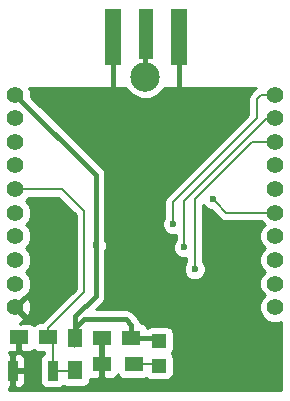
<source format=gbr>
G04 #@! TF.FileFunction,Copper,L1,Top,Signal*
%FSLAX46Y46*%
G04 Gerber Fmt 4.6, Leading zero omitted, Abs format (unit mm)*
G04 Created by KiCad (PCBNEW 4.0.4-stable) date 12/30/16 23:23:28*
%MOMM*%
%LPD*%
G01*
G04 APERTURE LIST*
%ADD10C,0.100000*%
%ADD11C,0.500000*%
%ADD12R,1.500000X1.250000*%
%ADD13R,1.300000X1.500000*%
%ADD14C,1.400000*%
%ADD15R,1.198880X1.198880*%
%ADD16R,1.500000X1.300000*%
%ADD17R,0.900000X1.700000*%
%ADD18R,1.350000X4.700000*%
%ADD19R,1.270000X4.200000*%
%ADD20C,2.500000*%
%ADD21C,0.600000*%
%ADD22C,0.203200*%
%ADD23C,0.381000*%
%ADD24C,0.200000*%
%ADD25C,0.254000*%
%ADD26C,0.250000*%
G04 APERTURE END LIST*
D10*
D11*
X177370000Y-105260000D03*
X177350000Y-107110000D03*
X179300000Y-107120000D03*
X186030000Y-105230000D03*
X187890000Y-110210000D03*
X180200000Y-110210000D03*
X183530000Y-110210000D03*
X183530000Y-112900000D03*
X183970000Y-123570000D03*
X183970000Y-120400000D03*
X180290000Y-120420000D03*
X181330000Y-107110000D03*
X180440000Y-105230000D03*
X189550000Y-124990000D03*
X194550000Y-124990000D03*
X194550000Y-129990000D03*
X189550000Y-129990000D03*
X184550000Y-129990000D03*
X184330000Y-106000000D03*
X189330000Y-106000000D03*
X188330000Y-106000000D03*
X187330000Y-106000000D03*
X186330000Y-106000000D03*
X185330000Y-106000000D03*
X189030000Y-108130000D03*
X188030000Y-108130000D03*
X187030000Y-108130000D03*
X186030000Y-108130000D03*
X185030000Y-108130000D03*
X184030000Y-108130000D03*
X179550000Y-129990000D03*
X175280000Y-105260000D03*
D12*
X182010000Y-125830000D03*
X179510000Y-125830000D03*
D13*
X177250000Y-125870000D03*
X177250000Y-128570000D03*
D14*
X194180000Y-105230000D03*
X194180000Y-107230000D03*
X194180000Y-109230000D03*
X194180000Y-111230000D03*
X194180000Y-113230000D03*
X194180000Y-115230000D03*
X194180000Y-117230000D03*
X194180000Y-119230000D03*
X194180000Y-121230000D03*
X194180000Y-123230000D03*
X172180000Y-123230000D03*
X172180000Y-121230000D03*
X172180000Y-119230000D03*
X172180000Y-117230000D03*
X172180000Y-115230000D03*
X172180000Y-113230000D03*
X172180000Y-111230000D03*
X172180000Y-109230000D03*
X172180000Y-107230000D03*
X172180000Y-105230000D03*
D15*
X184360000Y-126080980D03*
X184360000Y-128179020D03*
D12*
X175000000Y-125790000D03*
X172500000Y-125790000D03*
D16*
X182210000Y-128030000D03*
X179510000Y-128030000D03*
D17*
X171960000Y-128600000D03*
X175360000Y-128600000D03*
D18*
X186050000Y-100350000D03*
D19*
X183265000Y-100100000D03*
D18*
X180480000Y-100350000D03*
D20*
X183200000Y-103700000D03*
D11*
X174230000Y-123330000D03*
D21*
X179000000Y-118000000D03*
X188890403Y-114050403D03*
X185540000Y-116200000D03*
X186500000Y-118160000D03*
X187370000Y-120010000D03*
D22*
X175360000Y-128600000D02*
X177220000Y-128600000D01*
X177220000Y-128600000D02*
X177250000Y-128570000D01*
X175360000Y-128600000D02*
X175360000Y-126150000D01*
X175360000Y-126150000D02*
X175000000Y-125790000D01*
X172180000Y-113230000D02*
X176140000Y-113230000D01*
X175000000Y-125000000D02*
X175000000Y-125790000D01*
X176140000Y-113230000D02*
X178030000Y-115120000D01*
X178030000Y-115120000D02*
X178030000Y-121970000D01*
X178030000Y-121970000D02*
X175000000Y-125000000D01*
X177130000Y-129230000D02*
X177180000Y-129180000D01*
D23*
X180480000Y-100350000D02*
X180480000Y-104660000D01*
X186050000Y-103081000D02*
X186050000Y-104680000D01*
X186050000Y-100350000D02*
X186050000Y-103081000D01*
X186050000Y-103081000D02*
X186040000Y-103091000D01*
D24*
X186050000Y-100350000D02*
X186050000Y-102025000D01*
D23*
X182010000Y-125830000D02*
X184109020Y-125830000D01*
X184109020Y-125830000D02*
X184360000Y-126080980D01*
X182010000Y-125830000D02*
X182010000Y-124700000D01*
X178030000Y-124220000D02*
X177250000Y-125000000D01*
X182010000Y-124700000D02*
X181530000Y-124220000D01*
X181530000Y-124220000D02*
X178030000Y-124220000D01*
X177250000Y-125000000D02*
X177250000Y-125870000D01*
X179000000Y-122250000D02*
X177250000Y-124000000D01*
X177250000Y-124000000D02*
X177250000Y-125870000D01*
X179000000Y-118000000D02*
X179000000Y-122250000D01*
X172180000Y-105230000D02*
X179000000Y-112050000D01*
X179000000Y-112050000D02*
X179000000Y-118000000D01*
D25*
X181885000Y-125830000D02*
X182010000Y-125830000D01*
X177180000Y-126480000D02*
X177180000Y-126380000D01*
X177280000Y-126380000D02*
X177180000Y-126480000D01*
D22*
X182210000Y-128030000D02*
X184210980Y-128030000D01*
X184210980Y-128030000D02*
X184360000Y-128179020D01*
X182359020Y-128179020D02*
X182210000Y-128030000D01*
D23*
X183200000Y-103700000D02*
X183200000Y-100165000D01*
X183200000Y-100165000D02*
X183265000Y-100100000D01*
D22*
X190070000Y-115230000D02*
X189190402Y-114350402D01*
X194180000Y-115230000D02*
X190070000Y-115230000D01*
X189190402Y-114350402D02*
X188890403Y-114050403D01*
D26*
X194020000Y-115300000D02*
X194220000Y-115100000D01*
D22*
X194180000Y-105230000D02*
X193030000Y-105230000D01*
X193030000Y-105230000D02*
X192670000Y-105590000D01*
X192670000Y-107230000D02*
X185540000Y-114360000D01*
X192670000Y-105590000D02*
X192670000Y-107230000D01*
X185540000Y-114360000D02*
X185540000Y-116200000D01*
D26*
X194220000Y-105100000D02*
X194220000Y-105370000D01*
D22*
X194180000Y-107230000D02*
X193510000Y-107230000D01*
X193510000Y-107230000D02*
X186500000Y-114240000D01*
X186500000Y-114240000D02*
X186500000Y-117735736D01*
X186500000Y-117735736D02*
X186500000Y-118160000D01*
X194180000Y-109230000D02*
X192230000Y-109230000D01*
X192230000Y-109230000D02*
X187370000Y-114090000D01*
X187370000Y-114090000D02*
X187370000Y-117709630D01*
X187370000Y-117709630D02*
X187370000Y-120010000D01*
D25*
G36*
X181601043Y-104766372D02*
X182130839Y-105297093D01*
X182823405Y-105584672D01*
X183573305Y-105585326D01*
X184266372Y-105298957D01*
X184797093Y-104769161D01*
X184847819Y-104647000D01*
X192602151Y-104647000D01*
X192509145Y-104709145D01*
X192149145Y-105069145D01*
X191989470Y-105308115D01*
X191933400Y-105590000D01*
X191933400Y-106924890D01*
X185019145Y-113839145D01*
X184859470Y-114078115D01*
X184803400Y-114360000D01*
X184803400Y-115614178D01*
X184747808Y-115669673D01*
X184605162Y-116013201D01*
X184604838Y-116385167D01*
X184746883Y-116728943D01*
X185009673Y-116992192D01*
X185353201Y-117134838D01*
X185725167Y-117135162D01*
X185763400Y-117119364D01*
X185763400Y-117574178D01*
X185707808Y-117629673D01*
X185565162Y-117973201D01*
X185564838Y-118345167D01*
X185706883Y-118688943D01*
X185969673Y-118952192D01*
X186313201Y-119094838D01*
X186633400Y-119095117D01*
X186633400Y-119424178D01*
X186577808Y-119479673D01*
X186435162Y-119823201D01*
X186434838Y-120195167D01*
X186576883Y-120538943D01*
X186839673Y-120802192D01*
X187183201Y-120944838D01*
X187555167Y-120945162D01*
X187898943Y-120803117D01*
X188162192Y-120540327D01*
X188304838Y-120196799D01*
X188305162Y-119824833D01*
X188163117Y-119481057D01*
X188106600Y-119424441D01*
X188106600Y-114588676D01*
X188360076Y-114842595D01*
X188703604Y-114985241D01*
X188783601Y-114985311D01*
X189549145Y-115750855D01*
X189788115Y-115910530D01*
X190070000Y-115966600D01*
X193039885Y-115966600D01*
X193047582Y-115985229D01*
X193292024Y-116230098D01*
X193048902Y-116472796D01*
X192845232Y-116963287D01*
X192844769Y-117494383D01*
X193047582Y-117985229D01*
X193292024Y-118230098D01*
X193048902Y-118472796D01*
X192845232Y-118963287D01*
X192844769Y-119494383D01*
X193047582Y-119985229D01*
X193292024Y-120230098D01*
X193048902Y-120472796D01*
X192845232Y-120963287D01*
X192844769Y-121494383D01*
X193047582Y-121985229D01*
X193292024Y-122230098D01*
X193048902Y-122472796D01*
X192845232Y-122963287D01*
X192844769Y-123494383D01*
X193047582Y-123985229D01*
X193422796Y-124361098D01*
X193913287Y-124564768D01*
X194444383Y-124565231D01*
X194685000Y-124465810D01*
X194685000Y-130235000D01*
X171675000Y-130235000D01*
X171675000Y-130084250D01*
X171833000Y-129926250D01*
X171833000Y-128727000D01*
X172087000Y-128727000D01*
X172087000Y-129926250D01*
X172245750Y-130085000D01*
X172536309Y-130085000D01*
X172769698Y-129988327D01*
X172948327Y-129809699D01*
X173045000Y-129576310D01*
X173045000Y-128885750D01*
X172886250Y-128727000D01*
X172087000Y-128727000D01*
X171833000Y-128727000D01*
X171813000Y-128727000D01*
X171813000Y-128473000D01*
X171833000Y-128473000D01*
X171833000Y-127273750D01*
X172087000Y-127273750D01*
X172087000Y-128473000D01*
X172886250Y-128473000D01*
X173045000Y-128314250D01*
X173045000Y-127623690D01*
X172948327Y-127390301D01*
X172769698Y-127211673D01*
X172536309Y-127115000D01*
X172245750Y-127115000D01*
X172087000Y-127273750D01*
X171833000Y-127273750D01*
X171675000Y-127115750D01*
X171675000Y-127050000D01*
X172214250Y-127050000D01*
X172373000Y-126891250D01*
X172373000Y-125917000D01*
X172353000Y-125917000D01*
X172353000Y-125663000D01*
X172373000Y-125663000D01*
X172373000Y-125643000D01*
X172627000Y-125643000D01*
X172627000Y-125663000D01*
X172647000Y-125663000D01*
X172647000Y-125917000D01*
X172627000Y-125917000D01*
X172627000Y-126891250D01*
X172785750Y-127050000D01*
X173376309Y-127050000D01*
X173609698Y-126953327D01*
X173750936Y-126812090D01*
X173785910Y-126866441D01*
X173998110Y-127011431D01*
X174250000Y-127062440D01*
X174623400Y-127062440D01*
X174623400Y-127179838D01*
X174458559Y-127285910D01*
X174313569Y-127498110D01*
X174262560Y-127750000D01*
X174262560Y-129450000D01*
X174306838Y-129685317D01*
X174445910Y-129901441D01*
X174658110Y-130046431D01*
X174910000Y-130097440D01*
X175810000Y-130097440D01*
X176045317Y-130053162D01*
X176261441Y-129914090D01*
X176287935Y-129875315D01*
X176348110Y-129916431D01*
X176600000Y-129967440D01*
X177900000Y-129967440D01*
X178135317Y-129923162D01*
X178351441Y-129784090D01*
X178496431Y-129571890D01*
X178547440Y-129320000D01*
X178547440Y-129279274D01*
X178633691Y-129315000D01*
X179224250Y-129315000D01*
X179383000Y-129156250D01*
X179383000Y-128157000D01*
X179363000Y-128157000D01*
X179363000Y-127903000D01*
X179383000Y-127903000D01*
X179383000Y-125957000D01*
X179363000Y-125957000D01*
X179363000Y-125703000D01*
X179383000Y-125703000D01*
X179383000Y-125683000D01*
X179637000Y-125683000D01*
X179637000Y-125703000D01*
X179657000Y-125703000D01*
X179657000Y-125957000D01*
X179637000Y-125957000D01*
X179637000Y-127903000D01*
X179657000Y-127903000D01*
X179657000Y-128157000D01*
X179637000Y-128157000D01*
X179637000Y-129156250D01*
X179795750Y-129315000D01*
X180386309Y-129315000D01*
X180619698Y-129218327D01*
X180798327Y-129039699D01*
X180854654Y-128903713D01*
X180856838Y-128915317D01*
X180995910Y-129131441D01*
X181208110Y-129276431D01*
X181460000Y-129327440D01*
X182960000Y-129327440D01*
X183195317Y-129283162D01*
X183291087Y-129221536D01*
X183296470Y-129229901D01*
X183508670Y-129374891D01*
X183760560Y-129425900D01*
X184959440Y-129425900D01*
X185194757Y-129381622D01*
X185410881Y-129242550D01*
X185555871Y-129030350D01*
X185606880Y-128778460D01*
X185606880Y-127579580D01*
X185562602Y-127344263D01*
X185423530Y-127128139D01*
X185422533Y-127127457D01*
X185555871Y-126932310D01*
X185606880Y-126680420D01*
X185606880Y-125481540D01*
X185562602Y-125246223D01*
X185423530Y-125030099D01*
X185211330Y-124885109D01*
X184959440Y-124834100D01*
X183760560Y-124834100D01*
X183525243Y-124878378D01*
X183365342Y-124981271D01*
X183363162Y-124969683D01*
X183224090Y-124753559D01*
X183011890Y-124608569D01*
X182809147Y-124567513D01*
X182772663Y-124384095D01*
X182729482Y-124319470D01*
X182593717Y-124116283D01*
X182593714Y-124116281D01*
X182113717Y-123636283D01*
X181845906Y-123457337D01*
X181530000Y-123394500D01*
X179022933Y-123394500D01*
X179583714Y-122833719D01*
X179583717Y-122833717D01*
X179762663Y-122565905D01*
X179768578Y-122536169D01*
X179825501Y-122250000D01*
X179825500Y-122249995D01*
X179825500Y-118450113D01*
X179934838Y-118186799D01*
X179935162Y-117814833D01*
X179825500Y-117549430D01*
X179825500Y-112050000D01*
X179762663Y-111734095D01*
X179583717Y-111466283D01*
X179583714Y-111466281D01*
X173514855Y-105397421D01*
X173515231Y-104965617D01*
X173383581Y-104647000D01*
X181551720Y-104647000D01*
X181601043Y-104766372D01*
X181601043Y-104766372D01*
G37*
X181601043Y-104766372D02*
X182130839Y-105297093D01*
X182823405Y-105584672D01*
X183573305Y-105585326D01*
X184266372Y-105298957D01*
X184797093Y-104769161D01*
X184847819Y-104647000D01*
X192602151Y-104647000D01*
X192509145Y-104709145D01*
X192149145Y-105069145D01*
X191989470Y-105308115D01*
X191933400Y-105590000D01*
X191933400Y-106924890D01*
X185019145Y-113839145D01*
X184859470Y-114078115D01*
X184803400Y-114360000D01*
X184803400Y-115614178D01*
X184747808Y-115669673D01*
X184605162Y-116013201D01*
X184604838Y-116385167D01*
X184746883Y-116728943D01*
X185009673Y-116992192D01*
X185353201Y-117134838D01*
X185725167Y-117135162D01*
X185763400Y-117119364D01*
X185763400Y-117574178D01*
X185707808Y-117629673D01*
X185565162Y-117973201D01*
X185564838Y-118345167D01*
X185706883Y-118688943D01*
X185969673Y-118952192D01*
X186313201Y-119094838D01*
X186633400Y-119095117D01*
X186633400Y-119424178D01*
X186577808Y-119479673D01*
X186435162Y-119823201D01*
X186434838Y-120195167D01*
X186576883Y-120538943D01*
X186839673Y-120802192D01*
X187183201Y-120944838D01*
X187555167Y-120945162D01*
X187898943Y-120803117D01*
X188162192Y-120540327D01*
X188304838Y-120196799D01*
X188305162Y-119824833D01*
X188163117Y-119481057D01*
X188106600Y-119424441D01*
X188106600Y-114588676D01*
X188360076Y-114842595D01*
X188703604Y-114985241D01*
X188783601Y-114985311D01*
X189549145Y-115750855D01*
X189788115Y-115910530D01*
X190070000Y-115966600D01*
X193039885Y-115966600D01*
X193047582Y-115985229D01*
X193292024Y-116230098D01*
X193048902Y-116472796D01*
X192845232Y-116963287D01*
X192844769Y-117494383D01*
X193047582Y-117985229D01*
X193292024Y-118230098D01*
X193048902Y-118472796D01*
X192845232Y-118963287D01*
X192844769Y-119494383D01*
X193047582Y-119985229D01*
X193292024Y-120230098D01*
X193048902Y-120472796D01*
X192845232Y-120963287D01*
X192844769Y-121494383D01*
X193047582Y-121985229D01*
X193292024Y-122230098D01*
X193048902Y-122472796D01*
X192845232Y-122963287D01*
X192844769Y-123494383D01*
X193047582Y-123985229D01*
X193422796Y-124361098D01*
X193913287Y-124564768D01*
X194444383Y-124565231D01*
X194685000Y-124465810D01*
X194685000Y-130235000D01*
X171675000Y-130235000D01*
X171675000Y-130084250D01*
X171833000Y-129926250D01*
X171833000Y-128727000D01*
X172087000Y-128727000D01*
X172087000Y-129926250D01*
X172245750Y-130085000D01*
X172536309Y-130085000D01*
X172769698Y-129988327D01*
X172948327Y-129809699D01*
X173045000Y-129576310D01*
X173045000Y-128885750D01*
X172886250Y-128727000D01*
X172087000Y-128727000D01*
X171833000Y-128727000D01*
X171813000Y-128727000D01*
X171813000Y-128473000D01*
X171833000Y-128473000D01*
X171833000Y-127273750D01*
X172087000Y-127273750D01*
X172087000Y-128473000D01*
X172886250Y-128473000D01*
X173045000Y-128314250D01*
X173045000Y-127623690D01*
X172948327Y-127390301D01*
X172769698Y-127211673D01*
X172536309Y-127115000D01*
X172245750Y-127115000D01*
X172087000Y-127273750D01*
X171833000Y-127273750D01*
X171675000Y-127115750D01*
X171675000Y-127050000D01*
X172214250Y-127050000D01*
X172373000Y-126891250D01*
X172373000Y-125917000D01*
X172353000Y-125917000D01*
X172353000Y-125663000D01*
X172373000Y-125663000D01*
X172373000Y-125643000D01*
X172627000Y-125643000D01*
X172627000Y-125663000D01*
X172647000Y-125663000D01*
X172647000Y-125917000D01*
X172627000Y-125917000D01*
X172627000Y-126891250D01*
X172785750Y-127050000D01*
X173376309Y-127050000D01*
X173609698Y-126953327D01*
X173750936Y-126812090D01*
X173785910Y-126866441D01*
X173998110Y-127011431D01*
X174250000Y-127062440D01*
X174623400Y-127062440D01*
X174623400Y-127179838D01*
X174458559Y-127285910D01*
X174313569Y-127498110D01*
X174262560Y-127750000D01*
X174262560Y-129450000D01*
X174306838Y-129685317D01*
X174445910Y-129901441D01*
X174658110Y-130046431D01*
X174910000Y-130097440D01*
X175810000Y-130097440D01*
X176045317Y-130053162D01*
X176261441Y-129914090D01*
X176287935Y-129875315D01*
X176348110Y-129916431D01*
X176600000Y-129967440D01*
X177900000Y-129967440D01*
X178135317Y-129923162D01*
X178351441Y-129784090D01*
X178496431Y-129571890D01*
X178547440Y-129320000D01*
X178547440Y-129279274D01*
X178633691Y-129315000D01*
X179224250Y-129315000D01*
X179383000Y-129156250D01*
X179383000Y-128157000D01*
X179363000Y-128157000D01*
X179363000Y-127903000D01*
X179383000Y-127903000D01*
X179383000Y-125957000D01*
X179363000Y-125957000D01*
X179363000Y-125703000D01*
X179383000Y-125703000D01*
X179383000Y-125683000D01*
X179637000Y-125683000D01*
X179637000Y-125703000D01*
X179657000Y-125703000D01*
X179657000Y-125957000D01*
X179637000Y-125957000D01*
X179637000Y-127903000D01*
X179657000Y-127903000D01*
X179657000Y-128157000D01*
X179637000Y-128157000D01*
X179637000Y-129156250D01*
X179795750Y-129315000D01*
X180386309Y-129315000D01*
X180619698Y-129218327D01*
X180798327Y-129039699D01*
X180854654Y-128903713D01*
X180856838Y-128915317D01*
X180995910Y-129131441D01*
X181208110Y-129276431D01*
X181460000Y-129327440D01*
X182960000Y-129327440D01*
X183195317Y-129283162D01*
X183291087Y-129221536D01*
X183296470Y-129229901D01*
X183508670Y-129374891D01*
X183760560Y-129425900D01*
X184959440Y-129425900D01*
X185194757Y-129381622D01*
X185410881Y-129242550D01*
X185555871Y-129030350D01*
X185606880Y-128778460D01*
X185606880Y-127579580D01*
X185562602Y-127344263D01*
X185423530Y-127128139D01*
X185422533Y-127127457D01*
X185555871Y-126932310D01*
X185606880Y-126680420D01*
X185606880Y-125481540D01*
X185562602Y-125246223D01*
X185423530Y-125030099D01*
X185211330Y-124885109D01*
X184959440Y-124834100D01*
X183760560Y-124834100D01*
X183525243Y-124878378D01*
X183365342Y-124981271D01*
X183363162Y-124969683D01*
X183224090Y-124753559D01*
X183011890Y-124608569D01*
X182809147Y-124567513D01*
X182772663Y-124384095D01*
X182729482Y-124319470D01*
X182593717Y-124116283D01*
X182593714Y-124116281D01*
X182113717Y-123636283D01*
X181845906Y-123457337D01*
X181530000Y-123394500D01*
X179022933Y-123394500D01*
X179583714Y-122833719D01*
X179583717Y-122833717D01*
X179762663Y-122565905D01*
X179768578Y-122536169D01*
X179825501Y-122250000D01*
X179825500Y-122249995D01*
X179825500Y-118450113D01*
X179934838Y-118186799D01*
X179935162Y-117814833D01*
X179825500Y-117549430D01*
X179825500Y-112050000D01*
X179762663Y-111734095D01*
X179583717Y-111466283D01*
X179583714Y-111466281D01*
X173514855Y-105397421D01*
X173515231Y-104965617D01*
X173383581Y-104647000D01*
X181551720Y-104647000D01*
X181601043Y-104766372D01*
G36*
X177293400Y-115425110D02*
X177293400Y-121664890D01*
X174479145Y-124479145D01*
X174453477Y-124517560D01*
X174250000Y-124517560D01*
X174014683Y-124561838D01*
X173798559Y-124700910D01*
X173752031Y-124769006D01*
X173609698Y-124626673D01*
X173376309Y-124530000D01*
X172785750Y-124530000D01*
X172627002Y-124688748D01*
X172627002Y-124530000D01*
X172562499Y-124530000D01*
X172873831Y-124401042D01*
X172935669Y-124165275D01*
X172180000Y-123409605D01*
X172165858Y-123423748D01*
X171986253Y-123244143D01*
X172000395Y-123230000D01*
X172359605Y-123230000D01*
X173115275Y-123985669D01*
X173351042Y-123923831D01*
X173527419Y-123422878D01*
X173498664Y-122892560D01*
X173351042Y-122536169D01*
X173115275Y-122474331D01*
X172359605Y-123230000D01*
X172000395Y-123230000D01*
X171986253Y-123215858D01*
X172165858Y-123036252D01*
X172180000Y-123050395D01*
X172820621Y-122409773D01*
X172935229Y-122362418D01*
X173311098Y-121987204D01*
X173514768Y-121496713D01*
X173515231Y-120965617D01*
X173312418Y-120474771D01*
X173067976Y-120229902D01*
X173311098Y-119987204D01*
X173514768Y-119496713D01*
X173515231Y-118965617D01*
X173312418Y-118474771D01*
X173067976Y-118229902D01*
X173311098Y-117987204D01*
X173514768Y-117496713D01*
X173515231Y-116965617D01*
X173312418Y-116474771D01*
X173067976Y-116229902D01*
X173311098Y-115987204D01*
X173514768Y-115496713D01*
X173515231Y-114965617D01*
X173312418Y-114474771D01*
X173067976Y-114229902D01*
X173311098Y-113987204D01*
X173319654Y-113966600D01*
X175834890Y-113966600D01*
X177293400Y-115425110D01*
X177293400Y-115425110D01*
G37*
X177293400Y-115425110D02*
X177293400Y-121664890D01*
X174479145Y-124479145D01*
X174453477Y-124517560D01*
X174250000Y-124517560D01*
X174014683Y-124561838D01*
X173798559Y-124700910D01*
X173752031Y-124769006D01*
X173609698Y-124626673D01*
X173376309Y-124530000D01*
X172785750Y-124530000D01*
X172627002Y-124688748D01*
X172627002Y-124530000D01*
X172562499Y-124530000D01*
X172873831Y-124401042D01*
X172935669Y-124165275D01*
X172180000Y-123409605D01*
X172165858Y-123423748D01*
X171986253Y-123244143D01*
X172000395Y-123230000D01*
X172359605Y-123230000D01*
X173115275Y-123985669D01*
X173351042Y-123923831D01*
X173527419Y-123422878D01*
X173498664Y-122892560D01*
X173351042Y-122536169D01*
X173115275Y-122474331D01*
X172359605Y-123230000D01*
X172000395Y-123230000D01*
X171986253Y-123215858D01*
X172165858Y-123036252D01*
X172180000Y-123050395D01*
X172820621Y-122409773D01*
X172935229Y-122362418D01*
X173311098Y-121987204D01*
X173514768Y-121496713D01*
X173515231Y-120965617D01*
X173312418Y-120474771D01*
X173067976Y-120229902D01*
X173311098Y-119987204D01*
X173514768Y-119496713D01*
X173515231Y-118965617D01*
X173312418Y-118474771D01*
X173067976Y-118229902D01*
X173311098Y-117987204D01*
X173514768Y-117496713D01*
X173515231Y-116965617D01*
X173312418Y-116474771D01*
X173067976Y-116229902D01*
X173311098Y-115987204D01*
X173514768Y-115496713D01*
X173515231Y-114965617D01*
X173312418Y-114474771D01*
X173067976Y-114229902D01*
X173311098Y-113987204D01*
X173319654Y-113966600D01*
X175834890Y-113966600D01*
X177293400Y-115425110D01*
M02*

</source>
